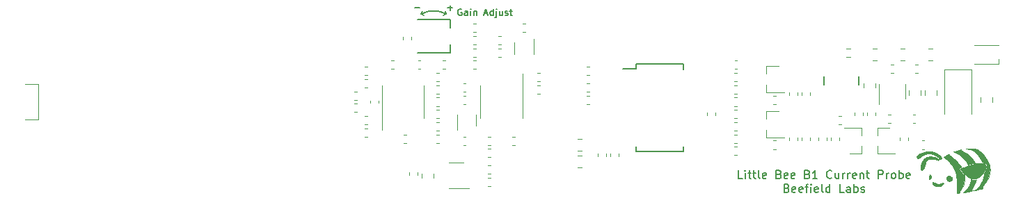
<source format=gto>
G04 #@! TF.GenerationSoftware,KiCad,Pcbnew,5.1.9-73d0e3b20d~88~ubuntu20.04.1*
G04 #@! TF.CreationDate,2021-01-31T23:38:53-08:00*
G04 #@! TF.ProjectId,current-sense,63757272-656e-4742-9d73-656e73652e6b,rev?*
G04 #@! TF.SameCoordinates,Original*
G04 #@! TF.FileFunction,Legend,Top*
G04 #@! TF.FilePolarity,Positive*
%FSLAX46Y46*%
G04 Gerber Fmt 4.6, Leading zero omitted, Abs format (unit mm)*
G04 Created by KiCad (PCBNEW 5.1.9-73d0e3b20d~88~ubuntu20.04.1) date 2021-01-31 23:38:53*
%MOMM*%
%LPD*%
G01*
G04 APERTURE LIST*
%ADD10C,0.160000*%
%ADD11C,0.150000*%
%ADD12C,0.200000*%
%ADD13C,0.120000*%
%ADD14C,0.010000*%
%ADD15C,0.100000*%
G04 APERTURE END LIST*
D10*
X17695238Y48942857D02*
X18304761Y48942857D01*
X21695238Y48942857D02*
X22304761Y48942857D01*
X22000000Y48638095D02*
X22000000Y49247619D01*
D11*
X18500000Y48199999D02*
X18800000Y48050000D01*
X18500000Y48199999D02*
X18600000Y48550000D01*
X21500000Y48200000D02*
X21200000Y48050000D01*
X21500000Y48200000D02*
X21400000Y48550000D01*
X18500000Y48199999D02*
G75*
G02*
X21499999Y48199999I1500000J-2699999D01*
G01*
D10*
X23380952Y48800000D02*
X23304761Y48838095D01*
X23190476Y48838095D01*
X23076190Y48800000D01*
X23000000Y48723809D01*
X22961904Y48647619D01*
X22923809Y48495238D01*
X22923809Y48380952D01*
X22961904Y48228571D01*
X23000000Y48152380D01*
X23076190Y48076190D01*
X23190476Y48038095D01*
X23266666Y48038095D01*
X23380952Y48076190D01*
X23419047Y48114285D01*
X23419047Y48380952D01*
X23266666Y48380952D01*
X24104761Y48038095D02*
X24104761Y48457142D01*
X24066666Y48533333D01*
X23990476Y48571428D01*
X23838095Y48571428D01*
X23761904Y48533333D01*
X24104761Y48076190D02*
X24028571Y48038095D01*
X23838095Y48038095D01*
X23761904Y48076190D01*
X23723809Y48152380D01*
X23723809Y48228571D01*
X23761904Y48304761D01*
X23838095Y48342857D01*
X24028571Y48342857D01*
X24104761Y48380952D01*
X24485714Y48038095D02*
X24485714Y48571428D01*
X24485714Y48838095D02*
X24447619Y48800000D01*
X24485714Y48761904D01*
X24523809Y48800000D01*
X24485714Y48838095D01*
X24485714Y48761904D01*
X24866666Y48571428D02*
X24866666Y48038095D01*
X24866666Y48495238D02*
X24904761Y48533333D01*
X24980952Y48571428D01*
X25095238Y48571428D01*
X25171428Y48533333D01*
X25209523Y48457142D01*
X25209523Y48038095D01*
X26161904Y48266666D02*
X26542857Y48266666D01*
X26085714Y48038095D02*
X26352380Y48838095D01*
X26619047Y48038095D01*
X27228571Y48038095D02*
X27228571Y48838095D01*
X27228571Y48076190D02*
X27152380Y48038095D01*
X27000000Y48038095D01*
X26923809Y48076190D01*
X26885714Y48114285D01*
X26847619Y48190476D01*
X26847619Y48419047D01*
X26885714Y48495238D01*
X26923809Y48533333D01*
X27000000Y48571428D01*
X27152380Y48571428D01*
X27228571Y48533333D01*
X27609523Y48571428D02*
X27609523Y47885714D01*
X27571428Y47809523D01*
X27495238Y47771428D01*
X27457142Y47771428D01*
X27609523Y48838095D02*
X27571428Y48800000D01*
X27609523Y48761904D01*
X27647619Y48800000D01*
X27609523Y48838095D01*
X27609523Y48761904D01*
X28333333Y48571428D02*
X28333333Y48038095D01*
X27990476Y48571428D02*
X27990476Y48152380D01*
X28028571Y48076190D01*
X28104761Y48038095D01*
X28219047Y48038095D01*
X28295238Y48076190D01*
X28333333Y48114285D01*
X28676190Y48076190D02*
X28752380Y48038095D01*
X28904761Y48038095D01*
X28980952Y48076190D01*
X29019047Y48152380D01*
X29019047Y48190476D01*
X28980952Y48266666D01*
X28904761Y48304761D01*
X28790476Y48304761D01*
X28714285Y48342857D01*
X28676190Y48419047D01*
X28676190Y48457142D01*
X28714285Y48533333D01*
X28790476Y48571428D01*
X28904761Y48571428D01*
X28980952Y48533333D01*
X29247619Y48571428D02*
X29552380Y48571428D01*
X29361904Y48838095D02*
X29361904Y48152380D01*
X29399999Y48076190D01*
X29476190Y48038095D01*
X29552380Y48038095D01*
D12*
X57571428Y28147619D02*
X57095238Y28147619D01*
X57095238Y29147619D01*
X57904761Y28147619D02*
X57904761Y28814285D01*
X57904761Y29147619D02*
X57857142Y29100000D01*
X57904761Y29052380D01*
X57952380Y29100000D01*
X57904761Y29147619D01*
X57904761Y29052380D01*
X58238095Y28814285D02*
X58619047Y28814285D01*
X58380952Y29147619D02*
X58380952Y28290476D01*
X58428571Y28195238D01*
X58523809Y28147619D01*
X58619047Y28147619D01*
X58809523Y28814285D02*
X59190476Y28814285D01*
X58952380Y29147619D02*
X58952380Y28290476D01*
X58999999Y28195238D01*
X59095238Y28147619D01*
X59190476Y28147619D01*
X59666666Y28147619D02*
X59571428Y28195238D01*
X59523809Y28290476D01*
X59523809Y29147619D01*
X60428571Y28195238D02*
X60333333Y28147619D01*
X60142857Y28147619D01*
X60047619Y28195238D01*
X59999999Y28290476D01*
X59999999Y28671428D01*
X60047619Y28766666D01*
X60142857Y28814285D01*
X60333333Y28814285D01*
X60428571Y28766666D01*
X60476190Y28671428D01*
X60476190Y28576190D01*
X59999999Y28480952D01*
X61999999Y28671428D02*
X62142857Y28623809D01*
X62190476Y28576190D01*
X62238095Y28480952D01*
X62238095Y28338095D01*
X62190476Y28242857D01*
X62142857Y28195238D01*
X62047619Y28147619D01*
X61666666Y28147619D01*
X61666666Y29147619D01*
X61999999Y29147619D01*
X62095238Y29100000D01*
X62142857Y29052380D01*
X62190476Y28957142D01*
X62190476Y28861904D01*
X62142857Y28766666D01*
X62095238Y28719047D01*
X61999999Y28671428D01*
X61666666Y28671428D01*
X63047619Y28195238D02*
X62952380Y28147619D01*
X62761904Y28147619D01*
X62666666Y28195238D01*
X62619047Y28290476D01*
X62619047Y28671428D01*
X62666666Y28766666D01*
X62761904Y28814285D01*
X62952380Y28814285D01*
X63047619Y28766666D01*
X63095238Y28671428D01*
X63095238Y28576190D01*
X62619047Y28480952D01*
X63904761Y28195238D02*
X63809523Y28147619D01*
X63619047Y28147619D01*
X63523809Y28195238D01*
X63476190Y28290476D01*
X63476190Y28671428D01*
X63523809Y28766666D01*
X63619047Y28814285D01*
X63809523Y28814285D01*
X63904761Y28766666D01*
X63952380Y28671428D01*
X63952380Y28576190D01*
X63476190Y28480952D01*
X65476190Y28671428D02*
X65619047Y28623809D01*
X65666666Y28576190D01*
X65714285Y28480952D01*
X65714285Y28338095D01*
X65666666Y28242857D01*
X65619047Y28195238D01*
X65523809Y28147619D01*
X65142857Y28147619D01*
X65142857Y29147619D01*
X65476190Y29147619D01*
X65571428Y29100000D01*
X65619047Y29052380D01*
X65666666Y28957142D01*
X65666666Y28861904D01*
X65619047Y28766666D01*
X65571428Y28719047D01*
X65476190Y28671428D01*
X65142857Y28671428D01*
X66666666Y28147619D02*
X66095238Y28147619D01*
X66380952Y28147619D02*
X66380952Y29147619D01*
X66285714Y29004761D01*
X66190476Y28909523D01*
X66095238Y28861904D01*
X68428571Y28242857D02*
X68380952Y28195238D01*
X68238095Y28147619D01*
X68142857Y28147619D01*
X67999999Y28195238D01*
X67904761Y28290476D01*
X67857142Y28385714D01*
X67809523Y28576190D01*
X67809523Y28719047D01*
X67857142Y28909523D01*
X67904761Y29004761D01*
X67999999Y29100000D01*
X68142857Y29147619D01*
X68238095Y29147619D01*
X68380952Y29100000D01*
X68428571Y29052380D01*
X69285714Y28814285D02*
X69285714Y28147619D01*
X68857142Y28814285D02*
X68857142Y28290476D01*
X68904761Y28195238D01*
X68999999Y28147619D01*
X69142857Y28147619D01*
X69238095Y28195238D01*
X69285714Y28242857D01*
X69761904Y28147619D02*
X69761904Y28814285D01*
X69761904Y28623809D02*
X69809523Y28719047D01*
X69857142Y28766666D01*
X69952380Y28814285D01*
X70047619Y28814285D01*
X70380952Y28147619D02*
X70380952Y28814285D01*
X70380952Y28623809D02*
X70428571Y28719047D01*
X70476190Y28766666D01*
X70571428Y28814285D01*
X70666666Y28814285D01*
X71380952Y28195238D02*
X71285714Y28147619D01*
X71095238Y28147619D01*
X71000000Y28195238D01*
X70952380Y28290476D01*
X70952380Y28671428D01*
X71000000Y28766666D01*
X71095238Y28814285D01*
X71285714Y28814285D01*
X71380952Y28766666D01*
X71428571Y28671428D01*
X71428571Y28576190D01*
X70952380Y28480952D01*
X71857142Y28814285D02*
X71857142Y28147619D01*
X71857142Y28719047D02*
X71904761Y28766666D01*
X71999999Y28814285D01*
X72142857Y28814285D01*
X72238095Y28766666D01*
X72285714Y28671428D01*
X72285714Y28147619D01*
X72619047Y28814285D02*
X72999999Y28814285D01*
X72761904Y29147619D02*
X72761904Y28290476D01*
X72809523Y28195238D01*
X72904761Y28147619D01*
X72999999Y28147619D01*
X74095238Y28147619D02*
X74095238Y29147619D01*
X74476190Y29147619D01*
X74571428Y29100000D01*
X74619047Y29052380D01*
X74666666Y28957142D01*
X74666666Y28814285D01*
X74619047Y28719047D01*
X74571428Y28671428D01*
X74476190Y28623809D01*
X74095238Y28623809D01*
X75095238Y28147619D02*
X75095238Y28814285D01*
X75095238Y28623809D02*
X75142857Y28719047D01*
X75190476Y28766666D01*
X75285714Y28814285D01*
X75380952Y28814285D01*
X75857142Y28147619D02*
X75761904Y28195238D01*
X75714285Y28242857D01*
X75666666Y28338095D01*
X75666666Y28623809D01*
X75714285Y28719047D01*
X75761904Y28766666D01*
X75857142Y28814285D01*
X75999999Y28814285D01*
X76095238Y28766666D01*
X76142857Y28719047D01*
X76190476Y28623809D01*
X76190476Y28338095D01*
X76142857Y28242857D01*
X76095238Y28195238D01*
X75999999Y28147619D01*
X75857142Y28147619D01*
X76619047Y28147619D02*
X76619047Y29147619D01*
X76619047Y28766666D02*
X76714285Y28814285D01*
X76904761Y28814285D01*
X76999999Y28766666D01*
X77047619Y28719047D01*
X77095238Y28623809D01*
X77095238Y28338095D01*
X77047619Y28242857D01*
X76999999Y28195238D01*
X76904761Y28147619D01*
X76714285Y28147619D01*
X76619047Y28195238D01*
X77904761Y28195238D02*
X77809523Y28147619D01*
X77619047Y28147619D01*
X77523809Y28195238D01*
X77476190Y28290476D01*
X77476190Y28671428D01*
X77523809Y28766666D01*
X77619047Y28814285D01*
X77809523Y28814285D01*
X77904761Y28766666D01*
X77952380Y28671428D01*
X77952380Y28576190D01*
X77476190Y28480952D01*
X62952380Y26971428D02*
X63095238Y26923809D01*
X63142857Y26876190D01*
X63190476Y26780952D01*
X63190476Y26638095D01*
X63142857Y26542857D01*
X63095238Y26495238D01*
X63000000Y26447619D01*
X62619047Y26447619D01*
X62619047Y27447619D01*
X62952380Y27447619D01*
X63047619Y27400000D01*
X63095238Y27352380D01*
X63142857Y27257142D01*
X63142857Y27161904D01*
X63095238Y27066666D01*
X63047619Y27019047D01*
X62952380Y26971428D01*
X62619047Y26971428D01*
X64000000Y26495238D02*
X63904761Y26447619D01*
X63714285Y26447619D01*
X63619047Y26495238D01*
X63571428Y26590476D01*
X63571428Y26971428D01*
X63619047Y27066666D01*
X63714285Y27114285D01*
X63904761Y27114285D01*
X64000000Y27066666D01*
X64047619Y26971428D01*
X64047619Y26876190D01*
X63571428Y26780952D01*
X64857142Y26495238D02*
X64761904Y26447619D01*
X64571428Y26447619D01*
X64476190Y26495238D01*
X64428571Y26590476D01*
X64428571Y26971428D01*
X64476190Y27066666D01*
X64571428Y27114285D01*
X64761904Y27114285D01*
X64857142Y27066666D01*
X64904761Y26971428D01*
X64904761Y26876190D01*
X64428571Y26780952D01*
X65190476Y27114285D02*
X65571428Y27114285D01*
X65333333Y26447619D02*
X65333333Y27304761D01*
X65380952Y27400000D01*
X65476190Y27447619D01*
X65571428Y27447619D01*
X65904761Y26447619D02*
X65904761Y27114285D01*
X65904761Y27447619D02*
X65857142Y27400000D01*
X65904761Y27352380D01*
X65952380Y27400000D01*
X65904761Y27447619D01*
X65904761Y27352380D01*
X66761904Y26495238D02*
X66666666Y26447619D01*
X66476190Y26447619D01*
X66380952Y26495238D01*
X66333333Y26590476D01*
X66333333Y26971428D01*
X66380952Y27066666D01*
X66476190Y27114285D01*
X66666666Y27114285D01*
X66761904Y27066666D01*
X66809523Y26971428D01*
X66809523Y26876190D01*
X66333333Y26780952D01*
X67380952Y26447619D02*
X67285714Y26495238D01*
X67238095Y26590476D01*
X67238095Y27447619D01*
X68190476Y26447619D02*
X68190476Y27447619D01*
X68190476Y26495238D02*
X68095238Y26447619D01*
X67904761Y26447619D01*
X67809523Y26495238D01*
X67761904Y26542857D01*
X67714285Y26638095D01*
X67714285Y26923809D01*
X67761904Y27019047D01*
X67809523Y27066666D01*
X67904761Y27114285D01*
X68095238Y27114285D01*
X68190476Y27066666D01*
X69904761Y26447619D02*
X69428571Y26447619D01*
X69428571Y27447619D01*
X70666666Y26447619D02*
X70666666Y26971428D01*
X70619047Y27066666D01*
X70523809Y27114285D01*
X70333333Y27114285D01*
X70238095Y27066666D01*
X70666666Y26495238D02*
X70571428Y26447619D01*
X70333333Y26447619D01*
X70238095Y26495238D01*
X70190476Y26590476D01*
X70190476Y26685714D01*
X70238095Y26780952D01*
X70333333Y26828571D01*
X70571428Y26828571D01*
X70666666Y26876190D01*
X71142857Y26447619D02*
X71142857Y27447619D01*
X71142857Y27066666D02*
X71238095Y27114285D01*
X71428571Y27114285D01*
X71523809Y27066666D01*
X71571428Y27019047D01*
X71619047Y26923809D01*
X71619047Y26638095D01*
X71571428Y26542857D01*
X71523809Y26495238D01*
X71428571Y26447619D01*
X71238095Y26447619D01*
X71142857Y26495238D01*
X72000000Y26495238D02*
X72095238Y26447619D01*
X72285714Y26447619D01*
X72380952Y26495238D01*
X72428571Y26590476D01*
X72428571Y26638095D01*
X72380952Y26733333D01*
X72285714Y26780952D01*
X72142857Y26780952D01*
X72047619Y26828571D01*
X72000000Y26923809D01*
X72000000Y26971428D01*
X72047619Y27066666D01*
X72142857Y27114285D01*
X72285714Y27114285D01*
X72380952Y27066666D01*
D13*
X56890580Y42510000D02*
X56609420Y42510000D01*
X56890580Y41490000D02*
X56609420Y41490000D01*
X70687258Y42927500D02*
X70212742Y42927500D01*
X70687258Y43972500D02*
X70212742Y43972500D01*
X85400000Y41400000D02*
X85400000Y36000000D01*
X82100000Y41400000D02*
X82100000Y36000000D01*
X85400000Y41400000D02*
X82100000Y41400000D01*
D11*
X22000000Y44500000D02*
X22000000Y43500000D01*
X22000000Y43500000D02*
X18000000Y43500000D01*
X22000000Y46500000D02*
X22000000Y47500000D01*
X22000000Y47500000D02*
X18000000Y47500000D01*
D13*
X75287221Y34890000D02*
X75612779Y34890000D01*
X75287221Y35910000D02*
X75612779Y35910000D01*
X16240000Y45087221D02*
X16240000Y45412779D01*
X17260000Y45087221D02*
X17260000Y45412779D01*
X78612779Y35910000D02*
X78287221Y35910000D01*
X78612779Y34890000D02*
X78287221Y34890000D01*
X69287221Y34740000D02*
X69612779Y34740000D01*
X69287221Y35760000D02*
X69612779Y35760000D01*
X73391422Y42540000D02*
X73908578Y42540000D01*
X73391422Y43960000D02*
X73908578Y43960000D01*
X72290000Y39758578D02*
X72290000Y39241422D01*
X73710000Y39758578D02*
X73710000Y39241422D01*
X39990000Y31162779D02*
X39990000Y30837221D01*
X41010000Y31162779D02*
X41010000Y30837221D01*
X41490000Y31162779D02*
X41490000Y30837221D01*
X42510000Y31162779D02*
X42510000Y30837221D01*
D11*
X71700000Y40600000D02*
X71700000Y39600000D01*
X67500000Y40600000D02*
X67500000Y39600000D01*
D13*
X60490000Y36330000D02*
X60490000Y35400000D01*
X60490000Y33170000D02*
X60490000Y34100000D01*
X60490000Y33170000D02*
X62650000Y33170000D01*
X60490000Y36330000D02*
X61950000Y36330000D01*
X60490000Y41830000D02*
X60490000Y40900000D01*
X60490000Y38670000D02*
X60490000Y39600000D01*
X60490000Y38670000D02*
X62650000Y38670000D01*
X60490000Y41830000D02*
X61950000Y41830000D01*
X11912779Y34260000D02*
X11587221Y34260000D01*
X11912779Y33240000D02*
X11587221Y33240000D01*
X11587221Y40740000D02*
X11912779Y40740000D01*
X11587221Y41760000D02*
X11912779Y41760000D01*
X63240000Y32837221D02*
X63240000Y33162779D01*
X64260000Y32837221D02*
X64260000Y33162779D01*
X61337221Y32760000D02*
X61662779Y32760000D01*
X61337221Y31740000D02*
X61662779Y31740000D01*
X64260000Y38662779D02*
X64260000Y38337221D01*
X63240000Y38662779D02*
X63240000Y38337221D01*
X61337221Y38260000D02*
X61662779Y38260000D01*
X61337221Y37240000D02*
X61662779Y37240000D01*
X79387221Y32760000D02*
X79712779Y32760000D01*
X79387221Y31740000D02*
X79712779Y31740000D01*
X66840000Y32837221D02*
X66840000Y33162779D01*
X67860000Y32837221D02*
X67860000Y33162779D01*
X38912779Y37240000D02*
X38587221Y37240000D01*
X38912779Y38260000D02*
X38587221Y38260000D01*
X73990000Y34330000D02*
X75450000Y34330000D01*
X73990000Y31170000D02*
X76150000Y31170000D01*
X73990000Y31170000D02*
X73990000Y32100000D01*
X73990000Y34330000D02*
X73990000Y33400000D01*
X72060000Y31170000D02*
X70600000Y31170000D01*
X72060000Y34330000D02*
X69900000Y34330000D01*
X72060000Y34330000D02*
X72060000Y33400000D01*
X72060000Y31170000D02*
X72060000Y32100000D01*
X11587221Y34740000D02*
X11912779Y34740000D01*
X11587221Y35760000D02*
X11912779Y35760000D01*
X11587221Y39240000D02*
X11912779Y39240000D01*
X11587221Y40260000D02*
X11912779Y40260000D01*
X64740000Y32837221D02*
X64740000Y33162779D01*
X65760000Y32837221D02*
X65760000Y33162779D01*
X65760000Y38662779D02*
X65760000Y38337221D01*
X64740000Y38662779D02*
X64740000Y38337221D01*
X76740000Y33162779D02*
X76740000Y32837221D01*
X77760000Y33162779D02*
X77760000Y32837221D01*
X69360000Y32837221D02*
X69360000Y33162779D01*
X68340000Y32837221D02*
X68340000Y33162779D01*
X73710000Y35837221D02*
X73710000Y36162779D01*
X72690000Y35837221D02*
X72690000Y36162779D01*
X72210000Y35837221D02*
X72210000Y36162779D01*
X71190000Y35837221D02*
X71190000Y36162779D01*
X20337221Y35490000D02*
X20662779Y35490000D01*
X20337221Y36510000D02*
X20662779Y36510000D01*
D14*
G36*
X82705285Y31072135D02*
G01*
X82739613Y31031715D01*
X82805944Y30972817D01*
X82893572Y30904474D01*
X82960374Y30856864D01*
X83262729Y30632589D01*
X83520914Y30405261D01*
X83703443Y30211408D01*
X83768451Y30131594D01*
X83843097Y30034492D01*
X83921867Y29927973D01*
X83999243Y29819908D01*
X84069711Y29718168D01*
X84127754Y29630625D01*
X84167857Y29565148D01*
X84184503Y29529609D01*
X84183910Y29525794D01*
X84156741Y29512098D01*
X84096665Y29484405D01*
X84026239Y29452946D01*
X83879378Y29388157D01*
X84006265Y29200429D01*
X84076462Y29102708D01*
X84167907Y28984023D01*
X84267587Y28860921D01*
X84343625Y28771400D01*
X84554100Y28530100D01*
X84551840Y28161800D01*
X84541633Y27901189D01*
X84511742Y27671610D01*
X84458106Y27460175D01*
X84376661Y27253993D01*
X84263343Y27040176D01*
X84133470Y26834625D01*
X84063392Y26727251D01*
X84018637Y26650144D01*
X83994449Y26592632D01*
X83986075Y26544041D01*
X83987353Y26506608D01*
X83991064Y26459981D01*
X83985611Y26429102D01*
X83962181Y26409030D01*
X83911960Y26394822D01*
X83826134Y26381538D01*
X83745134Y26370801D01*
X83621969Y26354533D01*
X83636742Y26591417D01*
X83656436Y26962164D01*
X83666158Y27290759D01*
X83665655Y27584910D01*
X83654679Y27852324D01*
X83632979Y28100712D01*
X83600303Y28337780D01*
X83575425Y28477272D01*
X83526707Y28689600D01*
X83461623Y28915016D01*
X83386149Y29135353D01*
X83306264Y29332445D01*
X83266118Y29417427D01*
X83116857Y29674546D01*
X82929706Y29933660D01*
X82715458Y30182250D01*
X82484907Y30407796D01*
X82248844Y30597782D01*
X82247933Y30598432D01*
X82054651Y30736363D01*
X82156805Y30811488D01*
X82225984Y30859307D01*
X82322006Y30921775D01*
X82427857Y30987911D01*
X82465640Y31010832D01*
X82672320Y31135050D01*
X82705285Y31072135D01*
G37*
X82705285Y31072135D02*
X82739613Y31031715D01*
X82805944Y30972817D01*
X82893572Y30904474D01*
X82960374Y30856864D01*
X83262729Y30632589D01*
X83520914Y30405261D01*
X83703443Y30211408D01*
X83768451Y30131594D01*
X83843097Y30034492D01*
X83921867Y29927973D01*
X83999243Y29819908D01*
X84069711Y29718168D01*
X84127754Y29630625D01*
X84167857Y29565148D01*
X84184503Y29529609D01*
X84183910Y29525794D01*
X84156741Y29512098D01*
X84096665Y29484405D01*
X84026239Y29452946D01*
X83879378Y29388157D01*
X84006265Y29200429D01*
X84076462Y29102708D01*
X84167907Y28984023D01*
X84267587Y28860921D01*
X84343625Y28771400D01*
X84554100Y28530100D01*
X84551840Y28161800D01*
X84541633Y27901189D01*
X84511742Y27671610D01*
X84458106Y27460175D01*
X84376661Y27253993D01*
X84263343Y27040176D01*
X84133470Y26834625D01*
X84063392Y26727251D01*
X84018637Y26650144D01*
X83994449Y26592632D01*
X83986075Y26544041D01*
X83987353Y26506608D01*
X83991064Y26459981D01*
X83985611Y26429102D01*
X83962181Y26409030D01*
X83911960Y26394822D01*
X83826134Y26381538D01*
X83745134Y26370801D01*
X83621969Y26354533D01*
X83636742Y26591417D01*
X83656436Y26962164D01*
X83666158Y27290759D01*
X83665655Y27584910D01*
X83654679Y27852324D01*
X83632979Y28100712D01*
X83600303Y28337780D01*
X83575425Y28477272D01*
X83526707Y28689600D01*
X83461623Y28915016D01*
X83386149Y29135353D01*
X83306264Y29332445D01*
X83266118Y29417427D01*
X83116857Y29674546D01*
X82929706Y29933660D01*
X82715458Y30182250D01*
X82484907Y30407796D01*
X82248844Y30597782D01*
X82247933Y30598432D01*
X82054651Y30736363D01*
X82156805Y30811488D01*
X82225984Y30859307D01*
X82322006Y30921775D01*
X82427857Y30987911D01*
X82465640Y31010832D01*
X82672320Y31135050D01*
X82705285Y31072135D01*
G36*
X85415504Y31812853D02*
G01*
X85612355Y31799246D01*
X85792943Y31777753D01*
X85941575Y31749175D01*
X85963364Y31743440D01*
X86054583Y31716052D01*
X86118954Y31692635D01*
X86147526Y31676667D01*
X86145636Y31672579D01*
X86150911Y31657366D01*
X86193814Y31626446D01*
X86265919Y31585551D01*
X86296514Y31569934D01*
X86501214Y31443518D01*
X86702094Y31272967D01*
X86895116Y31064944D01*
X87076244Y30826114D01*
X87241440Y30563141D01*
X87386669Y30282688D01*
X87507893Y29991421D01*
X87601076Y29696002D01*
X87662181Y29403096D01*
X87676330Y29292100D01*
X87678129Y29134579D01*
X87656329Y28942648D01*
X87612609Y28725960D01*
X87548651Y28494169D01*
X87524252Y28418588D01*
X87433314Y28174531D01*
X87331874Y27962202D01*
X87209942Y27762528D01*
X87103710Y27615700D01*
X86983444Y27454448D01*
X86885283Y27314526D01*
X86812006Y27200259D01*
X86766390Y27115972D01*
X86751200Y27066925D01*
X86771346Y27017520D01*
X86795650Y26996449D01*
X86820270Y26977225D01*
X86806065Y26960408D01*
X86764596Y26942866D01*
X86620214Y26894604D01*
X86430373Y26841751D01*
X86200100Y26785363D01*
X85934422Y26726493D01*
X85638366Y26666195D01*
X85316958Y26605523D01*
X84975226Y26545531D01*
X84618196Y26487273D01*
X84516000Y26471389D01*
X84427100Y26457723D01*
X84516000Y26528141D01*
X84769609Y26758146D01*
X84979382Y27011010D01*
X85144143Y27284821D01*
X85262717Y27577663D01*
X85328218Y27851349D01*
X85359025Y28036197D01*
X85451862Y28016449D01*
X85520895Y28007392D01*
X85621857Y28000862D01*
X85735895Y27997967D01*
X85766950Y27997955D01*
X85866085Y27998131D01*
X85942436Y27997537D01*
X85984509Y27996296D01*
X85989200Y27995581D01*
X85978271Y27949775D01*
X85947641Y27866129D01*
X85900546Y27752127D01*
X85840223Y27615257D01*
X85769906Y27463005D01*
X85692832Y27302856D01*
X85668473Y27253581D01*
X85588897Y27091414D01*
X85531157Y26967856D01*
X85492845Y26876876D01*
X85471555Y26812441D01*
X85464879Y26768518D01*
X85467053Y26748821D01*
X85480818Y26709569D01*
X85505964Y26691892D01*
X85557378Y26690079D01*
X85608854Y26694403D01*
X85780663Y26734424D01*
X85959395Y26820298D01*
X86139202Y26948712D01*
X86268600Y27068247D01*
X86475199Y27314797D01*
X86646002Y27596752D01*
X86780521Y27912995D01*
X86878270Y28262412D01*
X86933152Y28593600D01*
X86951456Y28723447D01*
X86973849Y28820297D01*
X87005576Y28901938D01*
X87046094Y28976522D01*
X87099498Y29071265D01*
X87161219Y29188355D01*
X87218665Y29303843D01*
X87223271Y29313498D01*
X87270088Y29417042D01*
X87296722Y29493982D01*
X87307432Y29562248D01*
X87306475Y29639767D01*
X87305217Y29658529D01*
X87271727Y29817370D01*
X87197068Y29946967D01*
X87082403Y30046163D01*
X86928891Y30113803D01*
X86824053Y30137861D01*
X86775675Y30147199D01*
X86739455Y30161641D01*
X86708150Y30189491D01*
X86674519Y30239054D01*
X86631318Y30318632D01*
X86582034Y30415344D01*
X86394396Y30746280D01*
X86190625Y31029478D01*
X85970160Y31265553D01*
X85732441Y31455123D01*
X85527100Y31574885D01*
X85307256Y31668843D01*
X85087200Y31734766D01*
X84882094Y31768361D01*
X84833500Y31771257D01*
X84783999Y31773949D01*
X84775195Y31778413D01*
X84810387Y31786410D01*
X84884300Y31798378D01*
X85035783Y31813218D01*
X85218082Y31817777D01*
X85415504Y31812853D01*
G37*
X85415504Y31812853D02*
X85612355Y31799246D01*
X85792943Y31777753D01*
X85941575Y31749175D01*
X85963364Y31743440D01*
X86054583Y31716052D01*
X86118954Y31692635D01*
X86147526Y31676667D01*
X86145636Y31672579D01*
X86150911Y31657366D01*
X86193814Y31626446D01*
X86265919Y31585551D01*
X86296514Y31569934D01*
X86501214Y31443518D01*
X86702094Y31272967D01*
X86895116Y31064944D01*
X87076244Y30826114D01*
X87241440Y30563141D01*
X87386669Y30282688D01*
X87507893Y29991421D01*
X87601076Y29696002D01*
X87662181Y29403096D01*
X87676330Y29292100D01*
X87678129Y29134579D01*
X87656329Y28942648D01*
X87612609Y28725960D01*
X87548651Y28494169D01*
X87524252Y28418588D01*
X87433314Y28174531D01*
X87331874Y27962202D01*
X87209942Y27762528D01*
X87103710Y27615700D01*
X86983444Y27454448D01*
X86885283Y27314526D01*
X86812006Y27200259D01*
X86766390Y27115972D01*
X86751200Y27066925D01*
X86771346Y27017520D01*
X86795650Y26996449D01*
X86820270Y26977225D01*
X86806065Y26960408D01*
X86764596Y26942866D01*
X86620214Y26894604D01*
X86430373Y26841751D01*
X86200100Y26785363D01*
X85934422Y26726493D01*
X85638366Y26666195D01*
X85316958Y26605523D01*
X84975226Y26545531D01*
X84618196Y26487273D01*
X84516000Y26471389D01*
X84427100Y26457723D01*
X84516000Y26528141D01*
X84769609Y26758146D01*
X84979382Y27011010D01*
X85144143Y27284821D01*
X85262717Y27577663D01*
X85328218Y27851349D01*
X85359025Y28036197D01*
X85451862Y28016449D01*
X85520895Y28007392D01*
X85621857Y28000862D01*
X85735895Y27997967D01*
X85766950Y27997955D01*
X85866085Y27998131D01*
X85942436Y27997537D01*
X85984509Y27996296D01*
X85989200Y27995581D01*
X85978271Y27949775D01*
X85947641Y27866129D01*
X85900546Y27752127D01*
X85840223Y27615257D01*
X85769906Y27463005D01*
X85692832Y27302856D01*
X85668473Y27253581D01*
X85588897Y27091414D01*
X85531157Y26967856D01*
X85492845Y26876876D01*
X85471555Y26812441D01*
X85464879Y26768518D01*
X85467053Y26748821D01*
X85480818Y26709569D01*
X85505964Y26691892D01*
X85557378Y26690079D01*
X85608854Y26694403D01*
X85780663Y26734424D01*
X85959395Y26820298D01*
X86139202Y26948712D01*
X86268600Y27068247D01*
X86475199Y27314797D01*
X86646002Y27596752D01*
X86780521Y27912995D01*
X86878270Y28262412D01*
X86933152Y28593600D01*
X86951456Y28723447D01*
X86973849Y28820297D01*
X87005576Y28901938D01*
X87046094Y28976522D01*
X87099498Y29071265D01*
X87161219Y29188355D01*
X87218665Y29303843D01*
X87223271Y29313498D01*
X87270088Y29417042D01*
X87296722Y29493982D01*
X87307432Y29562248D01*
X87306475Y29639767D01*
X87305217Y29658529D01*
X87271727Y29817370D01*
X87197068Y29946967D01*
X87082403Y30046163D01*
X86928891Y30113803D01*
X86824053Y30137861D01*
X86775675Y30147199D01*
X86739455Y30161641D01*
X86708150Y30189491D01*
X86674519Y30239054D01*
X86631318Y30318632D01*
X86582034Y30415344D01*
X86394396Y30746280D01*
X86190625Y31029478D01*
X85970160Y31265553D01*
X85732441Y31455123D01*
X85527100Y31574885D01*
X85307256Y31668843D01*
X85087200Y31734766D01*
X84882094Y31768361D01*
X84833500Y31771257D01*
X84783999Y31773949D01*
X84775195Y31778413D01*
X84810387Y31786410D01*
X84884300Y31798378D01*
X85035783Y31813218D01*
X85218082Y31817777D01*
X85415504Y31812853D01*
G36*
X80815296Y27675009D02*
G01*
X80921669Y27616910D01*
X81110892Y27530342D01*
X81307788Y27491224D01*
X81505334Y27499760D01*
X81696508Y27556157D01*
X81769649Y27592177D01*
X81870696Y27639706D01*
X81939879Y27649997D01*
X81981455Y27621531D01*
X81999681Y27552790D01*
X82001400Y27509514D01*
X81977508Y27436600D01*
X81911570Y27364610D01*
X81812188Y27298369D01*
X81687964Y27242703D01*
X81547502Y27202436D01*
X81420783Y27183843D01*
X81301238Y27184426D01*
X81173602Y27200176D01*
X81131706Y27209275D01*
X80968990Y27261831D01*
X80834053Y27328386D01*
X80732909Y27404593D01*
X80671572Y27486107D01*
X80655200Y27553587D01*
X80662774Y27640754D01*
X80688740Y27689277D01*
X80737960Y27700310D01*
X80815296Y27675009D01*
G37*
X80815296Y27675009D02*
X80921669Y27616910D01*
X81110892Y27530342D01*
X81307788Y27491224D01*
X81505334Y27499760D01*
X81696508Y27556157D01*
X81769649Y27592177D01*
X81870696Y27639706D01*
X81939879Y27649997D01*
X81981455Y27621531D01*
X81999681Y27552790D01*
X82001400Y27509514D01*
X81977508Y27436600D01*
X81911570Y27364610D01*
X81812188Y27298369D01*
X81687964Y27242703D01*
X81547502Y27202436D01*
X81420783Y27183843D01*
X81301238Y27184426D01*
X81173602Y27200176D01*
X81131706Y27209275D01*
X80968990Y27261831D01*
X80834053Y27328386D01*
X80732909Y27404593D01*
X80671572Y27486107D01*
X80655200Y27553587D01*
X80662774Y27640754D01*
X80688740Y27689277D01*
X80737960Y27700310D01*
X80815296Y27675009D01*
G36*
X82810202Y28473070D02*
G01*
X82921731Y28416440D01*
X83012860Y28315514D01*
X83018517Y28306470D01*
X83060424Y28196591D01*
X83058089Y28088708D01*
X83017793Y27990127D01*
X82945815Y27908154D01*
X82848435Y27850095D01*
X82731934Y27823256D01*
X82611404Y27832839D01*
X82532427Y27867892D01*
X82453015Y27930000D01*
X82439954Y27943535D01*
X82373924Y28048010D01*
X82353920Y28159362D01*
X82377808Y28268297D01*
X82443458Y28365522D01*
X82548738Y28441740D01*
X82554931Y28444798D01*
X82685519Y28483244D01*
X82810202Y28473070D01*
G37*
X82810202Y28473070D02*
X82921731Y28416440D01*
X83012860Y28315514D01*
X83018517Y28306470D01*
X83060424Y28196591D01*
X83058089Y28088708D01*
X83017793Y27990127D01*
X82945815Y27908154D01*
X82848435Y27850095D01*
X82731934Y27823256D01*
X82611404Y27832839D01*
X82532427Y27867892D01*
X82453015Y27930000D01*
X82439954Y27943535D01*
X82373924Y28048010D01*
X82353920Y28159362D01*
X82377808Y28268297D01*
X82443458Y28365522D01*
X82548738Y28441740D01*
X82554931Y28444798D01*
X82685519Y28483244D01*
X82810202Y28473070D01*
G36*
X80419125Y28587794D02*
G01*
X80431201Y28576492D01*
X80504110Y28475396D01*
X80533559Y28361311D01*
X80519638Y28245946D01*
X80462437Y28141005D01*
X80427547Y28104650D01*
X80349575Y28048599D01*
X80291681Y28037668D01*
X80260459Y28061885D01*
X80248365Y28110227D01*
X80243928Y28191934D01*
X80246570Y28290240D01*
X80255716Y28388382D01*
X80270788Y28469596D01*
X80274970Y28483923D01*
X80307788Y28573586D01*
X80337822Y28617863D01*
X80372468Y28621138D01*
X80419125Y28587794D01*
G37*
X80419125Y28587794D02*
X80431201Y28576492D01*
X80504110Y28475396D01*
X80533559Y28361311D01*
X80519638Y28245946D01*
X80462437Y28141005D01*
X80427547Y28104650D01*
X80349575Y28048599D01*
X80291681Y28037668D01*
X80260459Y28061885D01*
X80248365Y28110227D01*
X80243928Y28191934D01*
X80246570Y28290240D01*
X80255716Y28388382D01*
X80270788Y28469596D01*
X80274970Y28483923D01*
X80307788Y28573586D01*
X80337822Y28617863D01*
X80372468Y28621138D01*
X80419125Y28587794D01*
G36*
X86670389Y30026629D02*
G01*
X86767217Y30022770D01*
X86838287Y30013667D01*
X86896104Y29997633D01*
X86953170Y29972985D01*
X86959792Y29969748D01*
X87079132Y29887188D01*
X87154845Y29779012D01*
X87186255Y29646240D01*
X87187063Y29626532D01*
X87172479Y29531549D01*
X87128848Y29406969D01*
X87061015Y29261036D01*
X86973825Y29101994D01*
X86872124Y28938088D01*
X86760756Y28777561D01*
X86644566Y28628658D01*
X86528400Y28499624D01*
X86519529Y28490682D01*
X86328318Y28325375D01*
X86133662Y28209426D01*
X85932629Y28141394D01*
X85766175Y28120535D01*
X85655286Y28120196D01*
X85549943Y28126303D01*
X85472224Y28137545D01*
X85469815Y28138129D01*
X85295851Y28199364D01*
X85105775Y28297566D01*
X84909343Y28425978D01*
X84716307Y28577844D01*
X84536422Y28746408D01*
X84439946Y28851493D01*
X84330204Y28981387D01*
X84235292Y29098996D01*
X84159758Y29198293D01*
X84108150Y29273249D01*
X84085016Y29317837D01*
X84084200Y29322976D01*
X84107339Y29344536D01*
X84172466Y29379052D01*
X84273144Y29424124D01*
X84402936Y29477355D01*
X84555406Y29536346D01*
X84724118Y29598698D01*
X84902634Y29662014D01*
X85084519Y29723893D01*
X85263335Y29781939D01*
X85432646Y29833752D01*
X85529572Y29861569D01*
X85762217Y29923342D01*
X85960256Y29968599D01*
X86136359Y29999422D01*
X86303193Y30017895D01*
X86473425Y30026099D01*
X86535300Y30026926D01*
X86670389Y30026629D01*
G37*
X86670389Y30026629D02*
X86767217Y30022770D01*
X86838287Y30013667D01*
X86896104Y29997633D01*
X86953170Y29972985D01*
X86959792Y29969748D01*
X87079132Y29887188D01*
X87154845Y29779012D01*
X87186255Y29646240D01*
X87187063Y29626532D01*
X87172479Y29531549D01*
X87128848Y29406969D01*
X87061015Y29261036D01*
X86973825Y29101994D01*
X86872124Y28938088D01*
X86760756Y28777561D01*
X86644566Y28628658D01*
X86528400Y28499624D01*
X86519529Y28490682D01*
X86328318Y28325375D01*
X86133662Y28209426D01*
X85932629Y28141394D01*
X85766175Y28120535D01*
X85655286Y28120196D01*
X85549943Y28126303D01*
X85472224Y28137545D01*
X85469815Y28138129D01*
X85295851Y28199364D01*
X85105775Y28297566D01*
X84909343Y28425978D01*
X84716307Y28577844D01*
X84536422Y28746408D01*
X84439946Y28851493D01*
X84330204Y28981387D01*
X84235292Y29098996D01*
X84159758Y29198293D01*
X84108150Y29273249D01*
X84085016Y29317837D01*
X84084200Y29322976D01*
X84107339Y29344536D01*
X84172466Y29379052D01*
X84273144Y29424124D01*
X84402936Y29477355D01*
X84555406Y29536346D01*
X84724118Y29598698D01*
X84902634Y29662014D01*
X85084519Y29723893D01*
X85263335Y29781939D01*
X85432646Y29833752D01*
X85529572Y29861569D01*
X85762217Y29923342D01*
X85960256Y29968599D01*
X86136359Y29999422D01*
X86303193Y30017895D01*
X86473425Y30026099D01*
X86535300Y30026926D01*
X86670389Y30026629D01*
G36*
X80705543Y30809935D02*
G01*
X80917414Y30748165D01*
X81153107Y30651789D01*
X81175900Y30641340D01*
X81305039Y30581204D01*
X81394466Y30537627D01*
X81450781Y30506299D01*
X81480586Y30482906D01*
X81490483Y30463139D01*
X81487073Y30442685D01*
X81485711Y30439002D01*
X81443857Y30395302D01*
X81369148Y30378940D01*
X81272278Y30391092D01*
X81215965Y30409354D01*
X81021855Y30477864D01*
X80850973Y30519915D01*
X80685277Y30538664D01*
X80506721Y30537273D01*
X80490645Y30536343D01*
X80330788Y30521799D01*
X80211710Y30498265D01*
X80123694Y30462291D01*
X80057021Y30410430D01*
X80023440Y30370551D01*
X79939383Y30253016D01*
X79884238Y30165463D01*
X79853483Y30099623D01*
X79842599Y30047228D01*
X79842400Y30039355D01*
X79834195Y29982029D01*
X79817000Y29952500D01*
X79800281Y29918969D01*
X79791751Y29856544D01*
X79791475Y29843051D01*
X79778894Y29768510D01*
X79745238Y29672689D01*
X79696405Y29565964D01*
X79638290Y29458714D01*
X79576788Y29361312D01*
X79517795Y29284135D01*
X79467207Y29237561D01*
X79442350Y29228601D01*
X79412844Y29212556D01*
X79410600Y29203200D01*
X79395632Y29177688D01*
X79358772Y29185049D01*
X79312081Y29220373D01*
X79282697Y29255268D01*
X79254502Y29301249D01*
X79239663Y29349402D01*
X79235857Y29415222D01*
X79240762Y29514205D01*
X79241772Y29528318D01*
X79257083Y29703695D01*
X79274866Y29847740D01*
X79294225Y29955055D01*
X79314261Y30020238D01*
X79326319Y30036932D01*
X79350347Y30066878D01*
X79388339Y30129605D01*
X79432422Y30212031D01*
X79436034Y30219200D01*
X79551210Y30415286D01*
X79684406Y30582406D01*
X79740916Y30628553D01*
X79828588Y30682678D01*
X79930637Y30735967D01*
X80030279Y30779609D01*
X80106087Y30803816D01*
X80310556Y30836139D01*
X80506816Y30838719D01*
X80705543Y30809935D01*
G37*
X80705543Y30809935D02*
X80917414Y30748165D01*
X81153107Y30651789D01*
X81175900Y30641340D01*
X81305039Y30581204D01*
X81394466Y30537627D01*
X81450781Y30506299D01*
X81480586Y30482906D01*
X81490483Y30463139D01*
X81487073Y30442685D01*
X81485711Y30439002D01*
X81443857Y30395302D01*
X81369148Y30378940D01*
X81272278Y30391092D01*
X81215965Y30409354D01*
X81021855Y30477864D01*
X80850973Y30519915D01*
X80685277Y30538664D01*
X80506721Y30537273D01*
X80490645Y30536343D01*
X80330788Y30521799D01*
X80211710Y30498265D01*
X80123694Y30462291D01*
X80057021Y30410430D01*
X80023440Y30370551D01*
X79939383Y30253016D01*
X79884238Y30165463D01*
X79853483Y30099623D01*
X79842599Y30047228D01*
X79842400Y30039355D01*
X79834195Y29982029D01*
X79817000Y29952500D01*
X79800281Y29918969D01*
X79791751Y29856544D01*
X79791475Y29843051D01*
X79778894Y29768510D01*
X79745238Y29672689D01*
X79696405Y29565964D01*
X79638290Y29458714D01*
X79576788Y29361312D01*
X79517795Y29284135D01*
X79467207Y29237561D01*
X79442350Y29228601D01*
X79412844Y29212556D01*
X79410600Y29203200D01*
X79395632Y29177688D01*
X79358772Y29185049D01*
X79312081Y29220373D01*
X79282697Y29255268D01*
X79254502Y29301249D01*
X79239663Y29349402D01*
X79235857Y29415222D01*
X79240762Y29514205D01*
X79241772Y29528318D01*
X79257083Y29703695D01*
X79274866Y29847740D01*
X79294225Y29955055D01*
X79314261Y30020238D01*
X79326319Y30036932D01*
X79350347Y30066878D01*
X79388339Y30129605D01*
X79432422Y30212031D01*
X79436034Y30219200D01*
X79551210Y30415286D01*
X79684406Y30582406D01*
X79740916Y30628553D01*
X79828588Y30682678D01*
X79930637Y30735967D01*
X80030279Y30779609D01*
X80106087Y30803816D01*
X80310556Y30836139D01*
X80506816Y30838719D01*
X80705543Y30809935D01*
G36*
X84199043Y31674145D02*
G01*
X84187901Y31645527D01*
X84177857Y31596369D01*
X84202981Y31545634D01*
X84266804Y31490153D01*
X84372856Y31426759D01*
X84504111Y31361822D01*
X84704416Y31263449D01*
X84869486Y31170050D01*
X85012913Y31072576D01*
X85148289Y30961978D01*
X85257727Y30860109D01*
X85487893Y30603887D01*
X85678776Y30322669D01*
X85744656Y30201113D01*
X85811279Y30068726D01*
X85703389Y30040620D01*
X85635539Y30022074D01*
X85533541Y29993140D01*
X85411922Y29957978D01*
X85300781Y29925357D01*
X85186160Y29891718D01*
X85090435Y29864109D01*
X85023448Y29845337D01*
X84995043Y29838205D01*
X84994908Y29838200D01*
X84977744Y29858479D01*
X84942400Y29912171D01*
X84895859Y29988556D01*
X84885699Y30005825D01*
X84733526Y30241017D01*
X84558366Y30468991D01*
X84366612Y30683864D01*
X84164659Y30879756D01*
X83958902Y31050784D01*
X83755735Y31191069D01*
X83561553Y31294727D01*
X83431667Y31343153D01*
X83344989Y31369797D01*
X83282294Y31391269D01*
X83254872Y31403644D01*
X83254633Y31404700D01*
X83287678Y31421172D01*
X83360026Y31448261D01*
X83462026Y31483008D01*
X83584029Y31522456D01*
X83716382Y31563646D01*
X83849437Y31603622D01*
X83973544Y31639425D01*
X84079051Y31668096D01*
X84156308Y31686678D01*
X84193043Y31692336D01*
X84199043Y31674145D01*
G37*
X84199043Y31674145D02*
X84187901Y31645527D01*
X84177857Y31596369D01*
X84202981Y31545634D01*
X84266804Y31490153D01*
X84372856Y31426759D01*
X84504111Y31361822D01*
X84704416Y31263449D01*
X84869486Y31170050D01*
X85012913Y31072576D01*
X85148289Y30961978D01*
X85257727Y30860109D01*
X85487893Y30603887D01*
X85678776Y30322669D01*
X85744656Y30201113D01*
X85811279Y30068726D01*
X85703389Y30040620D01*
X85635539Y30022074D01*
X85533541Y29993140D01*
X85411922Y29957978D01*
X85300781Y29925357D01*
X85186160Y29891718D01*
X85090435Y29864109D01*
X85023448Y29845337D01*
X84995043Y29838205D01*
X84994908Y29838200D01*
X84977744Y29858479D01*
X84942400Y29912171D01*
X84895859Y29988556D01*
X84885699Y30005825D01*
X84733526Y30241017D01*
X84558366Y30468991D01*
X84366612Y30683864D01*
X84164659Y30879756D01*
X83958902Y31050784D01*
X83755735Y31191069D01*
X83561553Y31294727D01*
X83431667Y31343153D01*
X83344989Y31369797D01*
X83282294Y31391269D01*
X83254872Y31403644D01*
X83254633Y31404700D01*
X83287678Y31421172D01*
X83360026Y31448261D01*
X83462026Y31483008D01*
X83584029Y31522456D01*
X83716382Y31563646D01*
X83849437Y31603622D01*
X83973544Y31639425D01*
X84079051Y31668096D01*
X84156308Y31686678D01*
X84193043Y31692336D01*
X84199043Y31674145D01*
G36*
X80452000Y31451037D02*
G01*
X80590180Y31437875D01*
X80697782Y31419045D01*
X80795019Y31389869D01*
X80896500Y31348178D01*
X80956536Y31321487D01*
X81045442Y31282063D01*
X81145619Y31237709D01*
X81161917Y31230499D01*
X81387161Y31104840D01*
X81579214Y30941140D01*
X81680839Y30822231D01*
X81743456Y30729305D01*
X81767787Y30659870D01*
X81754448Y30604750D01*
X81704056Y30554765D01*
X81699028Y30551130D01*
X81618459Y30506182D01*
X81558031Y30505451D01*
X81509803Y30550824D01*
X81482727Y30602519D01*
X81426564Y30691045D01*
X81363539Y30732004D01*
X81311981Y30756542D01*
X81290203Y30779944D01*
X81290200Y30780167D01*
X81270776Y30806129D01*
X81221238Y30847273D01*
X81184800Y30872932D01*
X81105565Y30925439D01*
X81053160Y30958857D01*
X81012184Y30982329D01*
X80967235Y31004998D01*
X80940950Y31017690D01*
X80859138Y31058041D01*
X80783305Y31096810D01*
X80707910Y31124822D01*
X80617267Y31143851D01*
X80599155Y31145862D01*
X80518241Y31153114D01*
X80409854Y31162954D01*
X80297103Y31173282D01*
X80294366Y31173535D01*
X80201251Y31180378D01*
X80125418Y31179598D01*
X80050648Y31168848D01*
X79960721Y31145776D01*
X79839417Y31108035D01*
X79837166Y31107310D01*
X79718737Y31066289D01*
X79609179Y31023282D01*
X79523476Y30984425D01*
X79487253Y30964028D01*
X79425535Y30926987D01*
X79379255Y30906459D01*
X79370911Y30905000D01*
X79339776Y30888831D01*
X79283576Y30846193D01*
X79213802Y30785890D01*
X79205358Y30778157D01*
X79134144Y30716259D01*
X79074428Y30671046D01*
X79038030Y30651380D01*
X79035950Y30651157D01*
X79007822Y30630539D01*
X79004200Y30612900D01*
X78984035Y30583847D01*
X78935474Y30574905D01*
X78876418Y30585273D01*
X78824766Y30614149D01*
X78817636Y30621251D01*
X78786695Y30686657D01*
X78775600Y30785128D01*
X78780849Y30862271D01*
X78803500Y30919061D01*
X78853910Y30978348D01*
X78870668Y30994884D01*
X79014757Y31107511D01*
X79199237Y31209179D01*
X79414355Y31297078D01*
X79650358Y31368392D01*
X79897494Y31420309D01*
X80146010Y31450016D01*
X80386154Y31454699D01*
X80452000Y31451037D01*
G37*
X80452000Y31451037D02*
X80590180Y31437875D01*
X80697782Y31419045D01*
X80795019Y31389869D01*
X80896500Y31348178D01*
X80956536Y31321487D01*
X81045442Y31282063D01*
X81145619Y31237709D01*
X81161917Y31230499D01*
X81387161Y31104840D01*
X81579214Y30941140D01*
X81680839Y30822231D01*
X81743456Y30729305D01*
X81767787Y30659870D01*
X81754448Y30604750D01*
X81704056Y30554765D01*
X81699028Y30551130D01*
X81618459Y30506182D01*
X81558031Y30505451D01*
X81509803Y30550824D01*
X81482727Y30602519D01*
X81426564Y30691045D01*
X81363539Y30732004D01*
X81311981Y30756542D01*
X81290203Y30779944D01*
X81290200Y30780167D01*
X81270776Y30806129D01*
X81221238Y30847273D01*
X81184800Y30872932D01*
X81105565Y30925439D01*
X81053160Y30958857D01*
X81012184Y30982329D01*
X80967235Y31004998D01*
X80940950Y31017690D01*
X80859138Y31058041D01*
X80783305Y31096810D01*
X80707910Y31124822D01*
X80617267Y31143851D01*
X80599155Y31145862D01*
X80518241Y31153114D01*
X80409854Y31162954D01*
X80297103Y31173282D01*
X80294366Y31173535D01*
X80201251Y31180378D01*
X80125418Y31179598D01*
X80050648Y31168848D01*
X79960721Y31145776D01*
X79839417Y31108035D01*
X79837166Y31107310D01*
X79718737Y31066289D01*
X79609179Y31023282D01*
X79523476Y30984425D01*
X79487253Y30964028D01*
X79425535Y30926987D01*
X79379255Y30906459D01*
X79370911Y30905000D01*
X79339776Y30888831D01*
X79283576Y30846193D01*
X79213802Y30785890D01*
X79205358Y30778157D01*
X79134144Y30716259D01*
X79074428Y30671046D01*
X79038030Y30651380D01*
X79035950Y30651157D01*
X79007822Y30630539D01*
X79004200Y30612900D01*
X78984035Y30583847D01*
X78935474Y30574905D01*
X78876418Y30585273D01*
X78824766Y30614149D01*
X78817636Y30621251D01*
X78786695Y30686657D01*
X78775600Y30785128D01*
X78780849Y30862271D01*
X78803500Y30919061D01*
X78853910Y30978348D01*
X78870668Y30994884D01*
X79014757Y31107511D01*
X79199237Y31209179D01*
X79414355Y31297078D01*
X79650358Y31368392D01*
X79897494Y31420309D01*
X80146010Y31450016D01*
X80386154Y31454699D01*
X80452000Y31451037D01*
D13*
X88700000Y42700000D02*
X88700000Y42100000D01*
X88700000Y42100000D02*
X85800000Y42100000D01*
X88700000Y44400000D02*
X85800000Y44400000D01*
X54260000Y36162779D02*
X54260000Y35837221D01*
X53240000Y36162779D02*
X53240000Y35837221D01*
X56587221Y41010000D02*
X56912779Y41010000D01*
X56587221Y39990000D02*
X56912779Y39990000D01*
X86540000Y38008578D02*
X86540000Y37491422D01*
X87960000Y38008578D02*
X87960000Y37491422D01*
X74140000Y39650000D02*
X74140000Y37200000D01*
X77360000Y37850000D02*
X77360000Y39650000D01*
X29840000Y44700000D02*
X29840000Y43300000D01*
X32160000Y43300000D02*
X32160000Y45200000D01*
X30810000Y37500000D02*
X30810000Y40950000D01*
X30810000Y37500000D02*
X30810000Y35550000D01*
X25690000Y37500000D02*
X25690000Y39450000D01*
X25690000Y37500000D02*
X25690000Y35550000D01*
D11*
X44625000Y42075000D02*
X44625000Y41500000D01*
X50375000Y42075000D02*
X50375000Y41425000D01*
X50375000Y31425000D02*
X50375000Y32075000D01*
X44625000Y31425000D02*
X44625000Y32075000D01*
X44625000Y42075000D02*
X50375000Y42075000D01*
X44625000Y31425000D02*
X50375000Y31425000D01*
X44625000Y41500000D02*
X43025000Y41500000D01*
D13*
X22840000Y35950000D02*
X22840000Y34050000D01*
X25160000Y34550000D02*
X25160000Y35950000D01*
X18810000Y37500000D02*
X18810000Y39450000D01*
X18810000Y37500000D02*
X18810000Y35550000D01*
X13690000Y37500000D02*
X13690000Y39450000D01*
X13690000Y37500000D02*
X13690000Y34050000D01*
D15*
X-28100000Y39650000D02*
X-29750000Y39650000D01*
X-28100000Y39650000D02*
X-28100000Y35350000D01*
X-28100000Y35350000D02*
X-29750000Y35350000D01*
D13*
X56912779Y32010000D02*
X56587221Y32010000D01*
X56912779Y30990000D02*
X56587221Y30990000D01*
X56912779Y35010000D02*
X56587221Y35010000D01*
X56912779Y33990000D02*
X56587221Y33990000D01*
X26912779Y31760000D02*
X26587221Y31760000D01*
X26912779Y30740000D02*
X26587221Y30740000D01*
X56912779Y33510000D02*
X56587221Y33510000D01*
X56912779Y32490000D02*
X56587221Y32490000D01*
X56912779Y38010000D02*
X56587221Y38010000D01*
X56912779Y36990000D02*
X56587221Y36990000D01*
X56912779Y36510000D02*
X56587221Y36510000D01*
X56912779Y35490000D02*
X56587221Y35490000D01*
X75912779Y42010000D02*
X75587221Y42010000D01*
X75912779Y40990000D02*
X75587221Y40990000D01*
X78912779Y42010000D02*
X78587221Y42010000D01*
X78912779Y40990000D02*
X78587221Y40990000D01*
X32912779Y39510000D02*
X32587221Y39510000D01*
X32912779Y38490000D02*
X32587221Y38490000D01*
X32587221Y39990000D02*
X32912779Y39990000D01*
X32587221Y41010000D02*
X32912779Y41010000D01*
X28162779Y45510000D02*
X27837221Y45510000D01*
X28162779Y44490000D02*
X27837221Y44490000D01*
X28162779Y44010000D02*
X27837221Y44010000D01*
X28162779Y42990000D02*
X27837221Y42990000D01*
X25162779Y44010000D02*
X24837221Y44010000D01*
X25162779Y42990000D02*
X24837221Y42990000D01*
X56587221Y38490000D02*
X56912779Y38490000D01*
X56587221Y39510000D02*
X56912779Y39510000D01*
X25162779Y45510000D02*
X24837221Y45510000D01*
X25162779Y44490000D02*
X24837221Y44490000D01*
X20662779Y38490000D02*
X20337221Y38490000D01*
X20662779Y39510000D02*
X20337221Y39510000D01*
X38587221Y38740000D02*
X38912779Y38740000D01*
X38587221Y39760000D02*
X38912779Y39760000D01*
X38587221Y40740000D02*
X38912779Y40740000D01*
X38587221Y41760000D02*
X38912779Y41760000D01*
X20337221Y41010000D02*
X20662779Y41010000D01*
X20337221Y39990000D02*
X20662779Y39990000D01*
X18087221Y42510000D02*
X18412779Y42510000D01*
X18087221Y41490000D02*
X18412779Y41490000D01*
X21087221Y42510000D02*
X21412779Y42510000D01*
X21087221Y41490000D02*
X21412779Y41490000D01*
X10662779Y37740000D02*
X10337221Y37740000D01*
X10662779Y38760000D02*
X10337221Y38760000D01*
X10662779Y36240000D02*
X10337221Y36240000D01*
X10662779Y37260000D02*
X10337221Y37260000D01*
X26912779Y29760000D02*
X26587221Y29760000D01*
X26912779Y28740000D02*
X26587221Y28740000D01*
X20662779Y36990000D02*
X20337221Y36990000D01*
X20662779Y38010000D02*
X20337221Y38010000D01*
X20337221Y35010000D02*
X20662779Y35010000D01*
X20337221Y33990000D02*
X20662779Y33990000D01*
X26587221Y27240000D02*
X26912779Y27240000D01*
X26587221Y28260000D02*
X26912779Y28260000D01*
X21870000Y26990000D02*
X24300000Y26990000D01*
X23630000Y30060000D02*
X21870000Y30060000D01*
X80191422Y43960000D02*
X80708578Y43960000D01*
X80191422Y42540000D02*
X80708578Y42540000D01*
X77308578Y42540000D02*
X76791422Y42540000D01*
X77308578Y43960000D02*
X76791422Y43960000D01*
X77790000Y38858578D02*
X77790000Y38341422D01*
X79210000Y38858578D02*
X79210000Y38341422D01*
X79740000Y38858578D02*
X79740000Y38341422D01*
X81160000Y38858578D02*
X81160000Y38341422D01*
X23587221Y33260000D02*
X23912779Y33260000D01*
X23587221Y32240000D02*
X23912779Y32240000D01*
X24837221Y41490000D02*
X25162779Y41490000D01*
X24837221Y42510000D02*
X25162779Y42510000D01*
X29912779Y32240000D02*
X29587221Y32240000D01*
X29912779Y33260000D02*
X29587221Y33260000D01*
X37491422Y32960000D02*
X38008578Y32960000D01*
X37491422Y31540000D02*
X38008578Y31540000D01*
X38008578Y29540000D02*
X37491422Y29540000D01*
X38008578Y30960000D02*
X37491422Y30960000D01*
X31162779Y47010000D02*
X30837221Y47010000D01*
X31162779Y45990000D02*
X30837221Y45990000D01*
X16662779Y32490000D02*
X16337221Y32490000D01*
X16662779Y33510000D02*
X16337221Y33510000D01*
X15162779Y41490000D02*
X14837221Y41490000D01*
X15162779Y42510000D02*
X14837221Y42510000D01*
X26912779Y32240000D02*
X26587221Y32240000D01*
X26912779Y33260000D02*
X26587221Y33260000D01*
X24837221Y45990000D02*
X25162779Y45990000D01*
X24837221Y47010000D02*
X25162779Y47010000D01*
X23587221Y39760000D02*
X23912779Y39760000D01*
X23587221Y38740000D02*
X23912779Y38740000D01*
X23587221Y38260000D02*
X23912779Y38260000D01*
X23587221Y37240000D02*
X23912779Y37240000D01*
X12240000Y37337221D02*
X12240000Y37662779D01*
X13260000Y37337221D02*
X13260000Y37662779D01*
X18010000Y28587221D02*
X18010000Y28912779D01*
X16990000Y28587221D02*
X16990000Y28912779D01*
X20337221Y33510000D02*
X20662779Y33510000D01*
X20337221Y32490000D02*
X20662779Y32490000D01*
X19960000Y28241422D02*
X19960000Y28758578D01*
X18540000Y28241422D02*
X18540000Y28758578D01*
M02*

</source>
